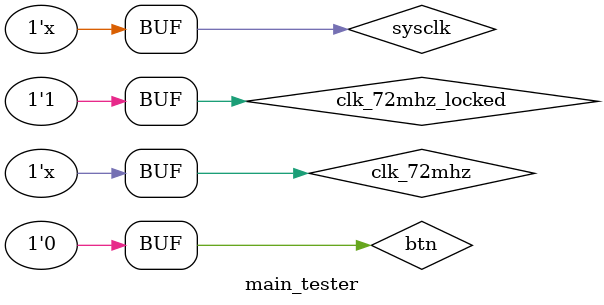
<source format=sv>
`timescale 1ns / 1ps


module main_tester(
    );

    localparam real SysclkPeriodNs = 83.3333;
    localparam real Clk72MhzPeriodNs = 13.8888;

    reg sysclk = 0;
    reg clk_72mhz = 0;
    reg clk_72mhz_locked = 1;
    wire uart_rx;
    wire uart_tx;
    reg btn = 0;

    always #(SysclkPeriodNs / 2.0) sysclk = ~sysclk;

    always #(Clk72MhzPeriodNs / 2.0) clk_72mhz = ~clk_72mhz;

    main #(.BAUD(115200)) uut_main (
        .sysclk(sysclk),
        .clk_72mhz(clk_72mhz),
        .clk_72mhz_locked(clk_72mhz_locked),
        .uart_rx(uart_rx),
        .uart_tx(uart_tx),
        .btn(btn)
    );


    always #(SysclkPeriodNs * 15000) begin
        btn = 3;
        #(SysclkPeriodNs) btn = 0;
    end

endmodule

</source>
